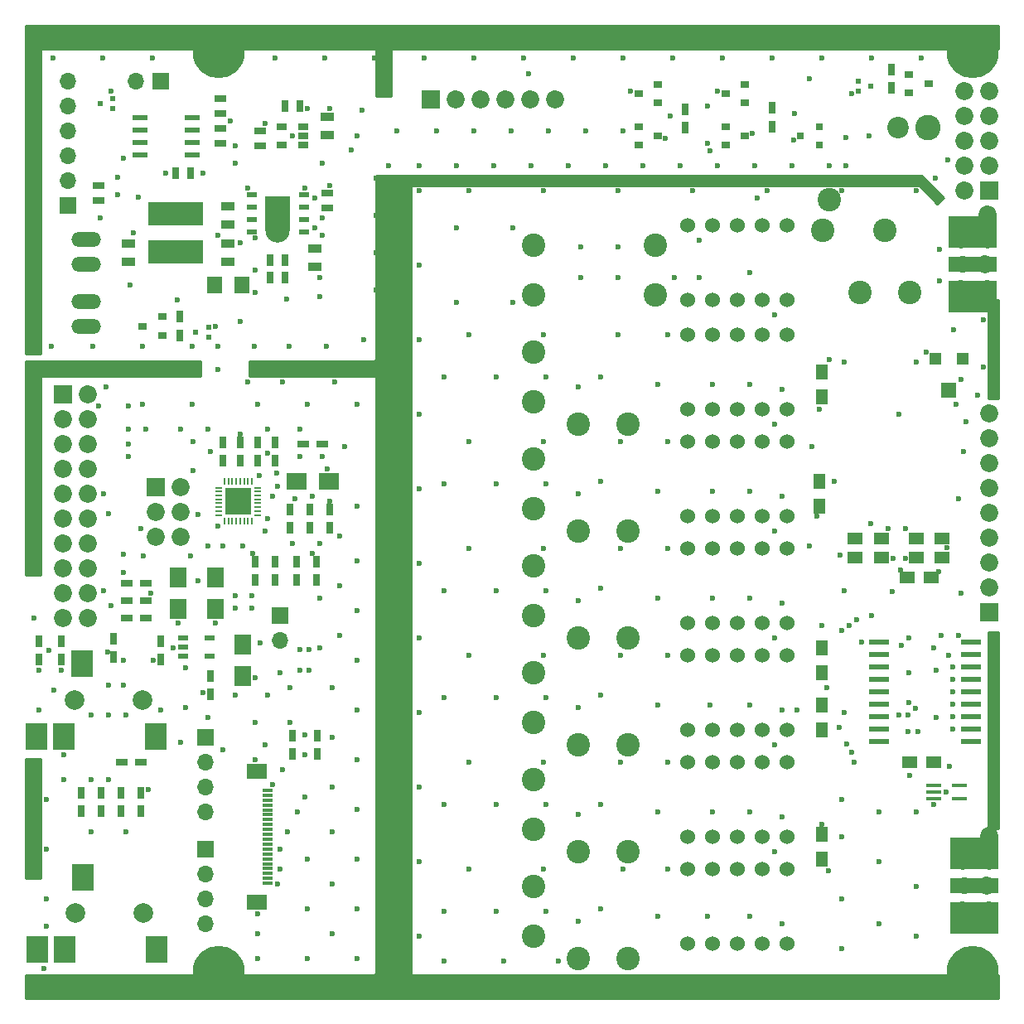
<source format=gbr>
G04 #@! TF.FileFunction,Soldermask,Top*
%FSLAX46Y46*%
G04 Gerber Fmt 4.6, Leading zero omitted, Abs format (unit mm)*
G04 Created by KiCad (PCBNEW 4.0.7) date 02/08/18 06:22:55*
%MOMM*%
%LPD*%
G01*
G04 APERTURE LIST*
%ADD10C,0.100000*%
%ADD11C,2.400000*%
%ADD12C,1.524000*%
%ADD13C,5.300000*%
%ADD14R,5.000000X1.600000*%
%ADD15R,5.000000X3.300000*%
%ADD16C,1.850000*%
%ADD17C,1.800000*%
%ADD18R,1.397000X0.889000*%
%ADD19R,0.635000X1.143000*%
%ADD20R,1.143000X0.635000*%
%ADD21R,1.600000X1.800000*%
%ADD22R,5.700000X2.400000*%
%ADD23R,1.050000X0.600000*%
%ADD24C,0.500000*%
%ADD25R,1.100000X0.510000*%
%ADD26R,2.600000X3.500000*%
%ADD27C,2.500000*%
%ADD28R,1.200000X0.750000*%
%ADD29R,0.750000X1.200000*%
%ADD30R,1.800860X2.148840*%
%ADD31R,2.148840X1.800860*%
%ADD32R,2.200000X2.800000*%
%ADD33C,2.000000*%
%ADD34R,1.700000X1.700000*%
%ADD35O,1.700000X1.700000*%
%ADD36R,1.100000X0.300000*%
%ADD37R,2.000000X1.500000*%
%ADD38O,3.014980X1.506220*%
%ADD39R,0.599440X0.500380*%
%ADD40O,0.200000X0.750000*%
%ADD41R,0.200000X0.800000*%
%ADD42O,0.750000X0.200000*%
%ADD43R,0.800000X0.200000*%
%ADD44R,1.325000X1.325000*%
%ADD45C,1.700000*%
%ADD46R,1.060000X0.650000*%
%ADD47R,1.550000X0.600000*%
%ADD48R,1.850000X1.850000*%
%ADD49R,0.900000X0.800000*%
%ADD50R,1.500000X0.400000*%
%ADD51R,1.250000X1.500000*%
%ADD52R,1.500000X1.250000*%
%ADD53R,1.500000X1.300000*%
%ADD54R,0.800100X0.800100*%
%ADD55C,2.600000*%
%ADD56C,2.200000*%
%ADD57R,1.200000X1.200000*%
%ADD58R,1.600000X1.500000*%
%ADD59R,2.000000X0.600000*%
%ADD60C,0.600000*%
%ADD61C,0.254000*%
G04 APERTURE END LIST*
D10*
D11*
X56746000Y-95636000D03*
X61826000Y-95636000D03*
X56746000Y-41026000D03*
X61826000Y-41026000D03*
X56746000Y-51948000D03*
X61826000Y-51948000D03*
X56746000Y-62870000D03*
X61826000Y-62870000D03*
D12*
X78082000Y-20706000D03*
X75542000Y-20706000D03*
X73002000Y-20706000D03*
X70462000Y-20706000D03*
X67922000Y-20706000D03*
X67922000Y-28326000D03*
X70462000Y-28326000D03*
X73002000Y-28326000D03*
X75542000Y-28326000D03*
X78082000Y-28326000D03*
D13*
X20000000Y-3000000D03*
X20000000Y-97000000D03*
X97000000Y-97000000D03*
X97000000Y-3000000D03*
D14*
X97200000Y-88200000D03*
D15*
X97200000Y-91500000D03*
X97200000Y-84900000D03*
D16*
X98415000Y-88200000D03*
X98700000Y-85660000D03*
X98700000Y-90740000D03*
X96005000Y-90740000D03*
X96005000Y-85660000D03*
D17*
X96160000Y-88200000D03*
D16*
X98700000Y-83120000D03*
D14*
X97030000Y-24650000D03*
D15*
X97030000Y-27950000D03*
X97030000Y-21350000D03*
D16*
X98245000Y-24650000D03*
X98530000Y-22110000D03*
X98530000Y-27190000D03*
X95835000Y-27190000D03*
X95835000Y-22110000D03*
D17*
X95990000Y-24650000D03*
D16*
X98530000Y-19570000D03*
D18*
X31092000Y-11498500D03*
X31092000Y-9593500D03*
D19*
X26774000Y-8514000D03*
X28298000Y-8514000D03*
D18*
X20932000Y-18737500D03*
X20932000Y-20642500D03*
D20*
X24234000Y-12578000D03*
X24234000Y-11054000D03*
D18*
X29822000Y-23055500D03*
X29822000Y-24960500D03*
D19*
X15598000Y-15372000D03*
X17122000Y-15372000D03*
X25250000Y-24262000D03*
X26774000Y-24262000D03*
D18*
X20932000Y-24452500D03*
X20932000Y-22547500D03*
X10772000Y-24452500D03*
X10772000Y-22547500D03*
D21*
X19532000Y-26802000D03*
X22332000Y-26802000D03*
D22*
X15598000Y-23418000D03*
X15598000Y-19518000D03*
D20*
X7724000Y-16642000D03*
X7724000Y-18166000D03*
X20170000Y-7752000D03*
X20170000Y-9276000D03*
X20170000Y-12324000D03*
X20170000Y-10800000D03*
D19*
X25250000Y-26040000D03*
X26774000Y-26040000D03*
D20*
X31092000Y-18928000D03*
X31092000Y-17404000D03*
D23*
X16360000Y-62870000D03*
X16360000Y-63820000D03*
X16360000Y-64770000D03*
X19060000Y-64770000D03*
X19060000Y-62870000D03*
D24*
X26012000Y-18236000D03*
D25*
X23362000Y-21341000D03*
X28662000Y-21341000D03*
X23362000Y-20071000D03*
X28662000Y-20071000D03*
X23362000Y-18801000D03*
X28662000Y-18801000D03*
X23362000Y-17531000D03*
X28662000Y-17531000D03*
D26*
X26012000Y-19436000D03*
D27*
X26012000Y-21236000D03*
D24*
X26012000Y-19236000D03*
D28*
X10584000Y-59060000D03*
X12484000Y-59060000D03*
D29*
X14074000Y-63190000D03*
X14074000Y-65090000D03*
D30*
X15852000Y-59923600D03*
X15852000Y-56672400D03*
D29*
X19154000Y-66746000D03*
X19154000Y-68646000D03*
D30*
X19662000Y-59923600D03*
X19662000Y-56672400D03*
D29*
X22202000Y-42870000D03*
X22202000Y-44770000D03*
D30*
X22456000Y-66781600D03*
X22456000Y-63530400D03*
D29*
X27282000Y-49728000D03*
X27282000Y-51628000D03*
X31346000Y-51628000D03*
X31346000Y-49728000D03*
D31*
X31193600Y-46868000D03*
X27942400Y-46868000D03*
D29*
X20424000Y-44770000D03*
X20424000Y-42870000D03*
X25758000Y-55062000D03*
X25758000Y-56962000D03*
X25758000Y-42870000D03*
X25758000Y-44770000D03*
X27917000Y-55062000D03*
X27917000Y-56962000D03*
D28*
X12484000Y-57282000D03*
X10584000Y-57282000D03*
X12484000Y-60838000D03*
X10584000Y-60838000D03*
D29*
X29314000Y-51628000D03*
X29314000Y-49728000D03*
X5946000Y-78684000D03*
X5946000Y-80584000D03*
X7978000Y-78684000D03*
X7978000Y-80584000D03*
D28*
X28618000Y-43058000D03*
X30518000Y-43058000D03*
D29*
X30076000Y-72842000D03*
X30076000Y-74742000D03*
X27536000Y-74742000D03*
X27536000Y-72842000D03*
X10010000Y-80584000D03*
X10010000Y-78684000D03*
D28*
X11976000Y-75570000D03*
X10076000Y-75570000D03*
D32*
X13600000Y-94700000D03*
X6100000Y-87300000D03*
X4200000Y-94700000D03*
D33*
X5300000Y-91000000D03*
D32*
X1400000Y-94700000D03*
D33*
X12300000Y-91000000D03*
D32*
X13500000Y-72900000D03*
X6000000Y-65500000D03*
X4100000Y-72900000D03*
D33*
X5200000Y-69200000D03*
D32*
X1300000Y-72900000D03*
D33*
X12200000Y-69200000D03*
D34*
X26266000Y-60584000D03*
D35*
X26266000Y-63124000D03*
D36*
X24996000Y-87440000D03*
X24996000Y-86940000D03*
X24996000Y-86440000D03*
X24996000Y-85940000D03*
X24996000Y-85440000D03*
X24996000Y-84940000D03*
X24996000Y-84440000D03*
X24996000Y-83940000D03*
X24996000Y-83440000D03*
X24996000Y-82940000D03*
X24996000Y-82440000D03*
X24996000Y-81940000D03*
X24996000Y-81440000D03*
X24996000Y-87940000D03*
X24996000Y-78440000D03*
X24996000Y-78940000D03*
X24996000Y-79440000D03*
X24996000Y-79940000D03*
X24996000Y-80440000D03*
X24996000Y-80940000D03*
D37*
X23846000Y-76490000D03*
X23846000Y-89890000D03*
D34*
X18646000Y-84460000D03*
D35*
X18646000Y-87000000D03*
X18646000Y-89540000D03*
X18646000Y-92080000D03*
D34*
X18646000Y-73030000D03*
D35*
X18646000Y-75570000D03*
X18646000Y-78110000D03*
X18646000Y-80650000D03*
D34*
X14074000Y-5974000D03*
D35*
X11534000Y-5974000D03*
D34*
X4592180Y-18671460D03*
D35*
X4592180Y-16131460D03*
X4592180Y-13591460D03*
X4592180Y-11051460D03*
X4592180Y-8511460D03*
X4592180Y-5971460D03*
D38*
X6390000Y-24720000D03*
X6390000Y-22180000D03*
D39*
X9136240Y-8760380D03*
X9136240Y-7759620D03*
X7835760Y-8260000D03*
D29*
X23980000Y-42870000D03*
X23980000Y-44770000D03*
X23726000Y-56962000D03*
X23726000Y-55062000D03*
X29949000Y-56962000D03*
X29949000Y-55062000D03*
X12042000Y-78684000D03*
X12042000Y-80584000D03*
D40*
X23348000Y-46875000D03*
D41*
X22948000Y-46900000D03*
X22548000Y-46900000D03*
X22148000Y-46900000D03*
X21748000Y-46900000D03*
X21348000Y-46900000D03*
X20948000Y-46900000D03*
D40*
X20548000Y-46875000D03*
D42*
X19923000Y-47500000D03*
D43*
X19948000Y-47900000D03*
X19948000Y-48300000D03*
X19948000Y-48700000D03*
X19948000Y-49100000D03*
X19948000Y-49500000D03*
X19948000Y-49900000D03*
D42*
X19923000Y-50300000D03*
D40*
X20548000Y-50925000D03*
D41*
X20948000Y-50900000D03*
X21348000Y-50900000D03*
X21748000Y-50900000D03*
X22148000Y-50900000D03*
X22548000Y-50900000D03*
X22948000Y-50900000D03*
D40*
X23348000Y-50925000D03*
D42*
X23973000Y-50300000D03*
D43*
X23948000Y-49900000D03*
X23948000Y-49500000D03*
X23948000Y-49100000D03*
X23948000Y-48700000D03*
X23948000Y-48300000D03*
X23948000Y-47900000D03*
D42*
X23973000Y-47500000D03*
D44*
X21285500Y-49562500D03*
X22610500Y-49562500D03*
X21285500Y-48237500D03*
X22610500Y-48237500D03*
D45*
X21948000Y-48900000D03*
D46*
X28636000Y-12512000D03*
X28636000Y-11562000D03*
X28636000Y-10612000D03*
X26436000Y-10612000D03*
X26436000Y-12512000D03*
D47*
X17282000Y-13467000D03*
X17282000Y-12197000D03*
X17282000Y-10927000D03*
X17282000Y-9657000D03*
X11882000Y-9657000D03*
X11882000Y-10927000D03*
X11882000Y-12197000D03*
X11882000Y-13467000D03*
D48*
X4041000Y-37952600D03*
D16*
X6581000Y-37952600D03*
X4041000Y-40492600D03*
X6581000Y-40492600D03*
X4041000Y-43032600D03*
X6581000Y-43032600D03*
X4041000Y-45572600D03*
X6581000Y-45572600D03*
X4041000Y-48112600D03*
X6581000Y-48112600D03*
X4041000Y-50652600D03*
X6581000Y-50652600D03*
X4041000Y-53192600D03*
X6581000Y-53192600D03*
X4041000Y-55732600D03*
X6581000Y-55732600D03*
X4041000Y-58272600D03*
X6581000Y-58272600D03*
X4041000Y-60812600D03*
X6581000Y-60812600D03*
D48*
X41607600Y-7802800D03*
D16*
X44147600Y-7802800D03*
X46687600Y-7802800D03*
X49227600Y-7802800D03*
X51767600Y-7802800D03*
X54307600Y-7802800D03*
D48*
X13489800Y-47452200D03*
D16*
X16029800Y-47452200D03*
X13489800Y-49992200D03*
X16029800Y-49992200D03*
X13489800Y-52532200D03*
X16029800Y-52532200D03*
D49*
X64858000Y-8194000D03*
X64858000Y-6294000D03*
X62858000Y-7244000D03*
X73748000Y-8194000D03*
X73748000Y-6294000D03*
X71748000Y-7244000D03*
X62858000Y-10612000D03*
X62858000Y-12512000D03*
X64858000Y-11562000D03*
X71748000Y-10612000D03*
X71748000Y-12512000D03*
X73748000Y-11562000D03*
D29*
X67668000Y-8834000D03*
X67668000Y-10734000D03*
X76558000Y-8707000D03*
X76558000Y-10607000D03*
X88750000Y-6670000D03*
X88750000Y-4770000D03*
D12*
X78082000Y-31882000D03*
X75542000Y-31882000D03*
X73002000Y-31882000D03*
X70462000Y-31882000D03*
X67922000Y-31882000D03*
X67922000Y-39502000D03*
X70462000Y-39502000D03*
X73002000Y-39502000D03*
X75542000Y-39502000D03*
X78082000Y-39502000D03*
X78082000Y-42804000D03*
X75542000Y-42804000D03*
X73002000Y-42804000D03*
X70462000Y-42804000D03*
X67922000Y-42804000D03*
X67922000Y-50424000D03*
X70462000Y-50424000D03*
X73002000Y-50424000D03*
X75542000Y-50424000D03*
X78082000Y-50424000D03*
X78082000Y-64648000D03*
X75542000Y-64648000D03*
X73002000Y-64648000D03*
X70462000Y-64648000D03*
X67922000Y-64648000D03*
X67922000Y-72268000D03*
X70462000Y-72268000D03*
X73002000Y-72268000D03*
X75542000Y-72268000D03*
X78082000Y-72268000D03*
X78082000Y-75570000D03*
X75542000Y-75570000D03*
X73002000Y-75570000D03*
X70462000Y-75570000D03*
X67922000Y-75570000D03*
X67922000Y-83190000D03*
X70462000Y-83190000D03*
X73002000Y-83190000D03*
X75542000Y-83190000D03*
X78082000Y-83190000D03*
X78082000Y-86492000D03*
X75542000Y-86492000D03*
X73002000Y-86492000D03*
X70462000Y-86492000D03*
X67922000Y-86492000D03*
X67922000Y-94112000D03*
X70462000Y-94112000D03*
X73002000Y-94112000D03*
X75542000Y-94112000D03*
X78082000Y-94112000D03*
D11*
X64620000Y-27818000D03*
X64620000Y-22738000D03*
X56746000Y-73792000D03*
X61826000Y-73792000D03*
X56746000Y-84714000D03*
X61826000Y-84714000D03*
X52174000Y-27818000D03*
X52174000Y-22738000D03*
X52174000Y-38740000D03*
X52174000Y-33660000D03*
X52174000Y-49662000D03*
X52174000Y-44582000D03*
X52174000Y-60584000D03*
X52174000Y-55504000D03*
X52174000Y-71506000D03*
X52174000Y-66426000D03*
X52174000Y-82428000D03*
X52174000Y-77348000D03*
X52174000Y-93350000D03*
X52174000Y-88270000D03*
D16*
X98700000Y-6950000D03*
X96160000Y-6950000D03*
X96160000Y-9490000D03*
X98700000Y-9490000D03*
X98700000Y-9490000D03*
X96160000Y-9490000D03*
X96160000Y-9490000D03*
X98700000Y-9490000D03*
D48*
X98700000Y-17110000D03*
D16*
X96160000Y-17110000D03*
X98700000Y-14570000D03*
X96160000Y-14570000D03*
X98700000Y-12030000D03*
X96160000Y-12030000D03*
X98700000Y-9490000D03*
X96160000Y-9490000D03*
D49*
X90528000Y-5278000D03*
X92528000Y-6228000D03*
X90528000Y-7178000D03*
D50*
X93008000Y-77968000D03*
X93008000Y-78618000D03*
X93008000Y-79268000D03*
X95668000Y-79268000D03*
X95668000Y-77968000D03*
D51*
X81638000Y-38212000D03*
X81638000Y-35712000D03*
X81384000Y-49388000D03*
X81384000Y-46888000D03*
X81638000Y-63906000D03*
X81638000Y-66406000D03*
X81638000Y-72248000D03*
X81638000Y-69748000D03*
X81638000Y-82956000D03*
X81638000Y-85456000D03*
D52*
X92790000Y-56690000D03*
X90290000Y-56690000D03*
X93048000Y-75570000D03*
X90548000Y-75570000D03*
D53*
X84987000Y-52710000D03*
X87687000Y-52710000D03*
X87687000Y-54615000D03*
X84987000Y-54615000D03*
X93910000Y-52710000D03*
X91210000Y-52710000D03*
X91210000Y-54615000D03*
X93910000Y-54615000D03*
D48*
X98740000Y-60280000D03*
D16*
X98740000Y-57740000D03*
X98740000Y-55200000D03*
X98740000Y-52660000D03*
X98740000Y-50120000D03*
X98740000Y-47580000D03*
X98740000Y-45040000D03*
X98740000Y-42500000D03*
X98740000Y-39960000D03*
D54*
X81368760Y-12512000D03*
X81368760Y-10612000D03*
X79369780Y-11562000D03*
D55*
X92450000Y-10700000D03*
D56*
X89400000Y-10700000D03*
D57*
X95992000Y-34326000D03*
X93192000Y-34326000D03*
D58*
X94592000Y-37566000D03*
D59*
X96860000Y-73430000D03*
X96860000Y-72160000D03*
X96860000Y-70890000D03*
X96860000Y-69620000D03*
X96860000Y-68350000D03*
X96860000Y-67080000D03*
X96860000Y-65810000D03*
X96860000Y-64540000D03*
X96860000Y-63270000D03*
X87460000Y-63270000D03*
X87460000Y-64540000D03*
X87460000Y-65810000D03*
X87460000Y-67080000D03*
X87460000Y-68350000D03*
X87460000Y-69620000D03*
X87460000Y-70890000D03*
X87460000Y-72160000D03*
X87460000Y-73430000D03*
D29*
X9248000Y-64836000D03*
X9248000Y-62936000D03*
X3914000Y-65090000D03*
X3914000Y-63190000D03*
X1628000Y-65090000D03*
X1628000Y-63190000D03*
D38*
X6390000Y-30993000D03*
X6390000Y-28453000D03*
D39*
X85305760Y-5981620D03*
X85305760Y-6982380D03*
X86606240Y-6482000D03*
D49*
X14201000Y-31943000D03*
X12201000Y-30993000D03*
X14201000Y-30043000D03*
D39*
X18915240Y-32128380D03*
X18915240Y-31127620D03*
X17614760Y-31628000D03*
D29*
X15979000Y-30043000D03*
X15979000Y-31943000D03*
D11*
X90580000Y-27580000D03*
X85500000Y-27580000D03*
X88040000Y-21230000D03*
X81690000Y-21230000D03*
X82325000Y-18055000D03*
D12*
X78082000Y-53726000D03*
X75542000Y-53726000D03*
X73002000Y-53726000D03*
X70462000Y-53726000D03*
X67922000Y-53726000D03*
X67922000Y-61346000D03*
X70462000Y-61346000D03*
X73002000Y-61346000D03*
X75542000Y-61346000D03*
X78082000Y-61346000D03*
D60*
X93550000Y-56130000D03*
X85690000Y-63250000D03*
X94680000Y-76010000D03*
X95608000Y-62616000D03*
X93322000Y-70998000D03*
X93322000Y-66172000D03*
X83924000Y-58044000D03*
X90528000Y-69474000D03*
X90528000Y-66426000D03*
X90528000Y-62870000D03*
X88810000Y-58110000D03*
X86718000Y-60584000D03*
X81638000Y-61600000D03*
X53444000Y-90810000D03*
X48364000Y-90810000D03*
X43030000Y-90810000D03*
X53444000Y-79888000D03*
X48364000Y-79888000D03*
X43030000Y-79888000D03*
X53444000Y-68966000D03*
X48364000Y-68966000D03*
X43030000Y-68966000D03*
X53444000Y-58044000D03*
X48364000Y-58044000D03*
X43030000Y-58044000D03*
X53444000Y-47122000D03*
X48364000Y-47122000D03*
X43030000Y-47122000D03*
X53444000Y-36200000D03*
X48364000Y-36200000D03*
X43030000Y-36200000D03*
X74272000Y-36962000D03*
X70462000Y-36962000D03*
X64874000Y-36962000D03*
X59032000Y-36200000D03*
X74272000Y-47884000D03*
X70462000Y-47884000D03*
X64874000Y-47884000D03*
X59032000Y-46868000D03*
X74272000Y-58806000D03*
X70462000Y-58806000D03*
X64874000Y-58806000D03*
X59032000Y-57790000D03*
X74272000Y-69728000D03*
X70208000Y-69728000D03*
X64874000Y-69728000D03*
X59032000Y-68712000D03*
X74272000Y-80650000D03*
X70462000Y-80650000D03*
X64874000Y-80650000D03*
X59032000Y-79888000D03*
X74272000Y-91318000D03*
X69954000Y-91318000D03*
X64874000Y-91318000D03*
X59032000Y-90556000D03*
X83670000Y-17150000D03*
X91290000Y-17150000D03*
X76050000Y-17150000D03*
X68430000Y-17150000D03*
X60810000Y-17150000D03*
X53190000Y-17150000D03*
X45570000Y-17150000D03*
X40490000Y-17150000D03*
X40490000Y-24770000D03*
X98148000Y-30358000D03*
X98148000Y-35184000D03*
X95862000Y-36454000D03*
X54714000Y-95890000D03*
X49126000Y-95890000D03*
X43030000Y-95890000D03*
X65890000Y-86492000D03*
X61318000Y-86492000D03*
X53190000Y-86492000D03*
X45570000Y-86492000D03*
X65890000Y-75570000D03*
X61064000Y-75570000D03*
X53190000Y-75570000D03*
X45570000Y-75570000D03*
X65890000Y-64648000D03*
X61064000Y-64648000D03*
X53190000Y-64648000D03*
X45570000Y-64648000D03*
X65890000Y-53726000D03*
X61064000Y-53726000D03*
X53190000Y-53726000D03*
X45570000Y-53726000D03*
X65890000Y-42804000D03*
X61064000Y-42804000D03*
X53190000Y-42804000D03*
X45570000Y-42804000D03*
X65890000Y-31882000D03*
X60810000Y-31882000D03*
X53190000Y-31882000D03*
X45570000Y-31882000D03*
X56746000Y-37216000D03*
X56746000Y-48138000D03*
X56746000Y-59060000D03*
X56746000Y-69982000D03*
X56746000Y-80904000D03*
X56746000Y-91826000D03*
X50015000Y-20960000D03*
X44300000Y-20960000D03*
X44300000Y-28580000D03*
X50015000Y-28580000D03*
X74272000Y-25532000D03*
X76812000Y-29850000D03*
X76812000Y-41026000D03*
X76812000Y-51948000D03*
X76812000Y-62870000D03*
X76812000Y-73792000D03*
X77574000Y-70236000D03*
X76812000Y-84714000D03*
X77574000Y-81158000D03*
X77574000Y-48392000D03*
X77574000Y-37470000D03*
X77574000Y-59314000D03*
X80368000Y-53472000D03*
X69065000Y-22230000D03*
X69065000Y-26040000D03*
X66525000Y-26040000D03*
X60810000Y-26040000D03*
X57000000Y-26040000D03*
X57000000Y-22865000D03*
X60810000Y-22865000D03*
X40490000Y-32390000D03*
X40490000Y-40010000D03*
X40490000Y-47630000D03*
X40490000Y-55250000D03*
X40490000Y-62870000D03*
X80622000Y-43312000D03*
X96370000Y-40772000D03*
X96116000Y-43820000D03*
X95608000Y-48646000D03*
X83416000Y-72014000D03*
X83924000Y-70490000D03*
X82273000Y-86619000D03*
X82150000Y-67970000D03*
X79098000Y-70236000D03*
X83924000Y-34676000D03*
X82400000Y-34422000D03*
X82908000Y-46868000D03*
X77574000Y-92080000D03*
X86591000Y-51186000D03*
X89639000Y-55885000D03*
X88369000Y-51694000D03*
X90147000Y-51694000D03*
X75034000Y-17912000D03*
X90570000Y-76900000D03*
X93000000Y-79890000D03*
X95354000Y-38994000D03*
X91290000Y-34676000D03*
X89512000Y-40010000D03*
X95100000Y-31374000D03*
X87480000Y-80650000D03*
X87480000Y-85730000D03*
X87480000Y-92080000D03*
X83670000Y-94620000D03*
X83670000Y-89540000D03*
X83670000Y-83190000D03*
X84940000Y-75570000D03*
X83670000Y-79380000D03*
X91290000Y-93350000D03*
X98910000Y-65410000D03*
X98910000Y-73030000D03*
X98910000Y-80650000D03*
X91290000Y-80650000D03*
X91290000Y-88270000D03*
X91290000Y-98430000D03*
X83670000Y-98430000D03*
X76050000Y-98430000D03*
X68430000Y-98430000D03*
X60810000Y-98430000D03*
X40490000Y-70490000D03*
X53190000Y-98430000D03*
X40490000Y-78110000D03*
X40490000Y-85730000D03*
X40490000Y-93350000D03*
X40490000Y-98430000D03*
X45570000Y-98430000D03*
X95862000Y-58298000D03*
X29822000Y-20960000D03*
X29822000Y-17912000D03*
X7724000Y-39121000D03*
X10772000Y-39121000D03*
X17376000Y-42804000D03*
X17376000Y-45725000D03*
X8740000Y-67696000D03*
X8613000Y-64267000D03*
X3914000Y-66172000D03*
X9629000Y-15753000D03*
X9629000Y-17531000D03*
X30584000Y-14356000D03*
X30584000Y-19944000D03*
X21694000Y-12578000D03*
X21694000Y-14356000D03*
X22456000Y-53472000D03*
X18900000Y-53472000D03*
X20424000Y-53472000D03*
X24742000Y-51948000D03*
X26012000Y-47376000D03*
X25885000Y-45979000D03*
X27790000Y-48646000D03*
X28298000Y-66172000D03*
X28298000Y-64013000D03*
X29187000Y-66172000D03*
X29187000Y-64013000D03*
X21694000Y-58552000D03*
X23345000Y-58552000D03*
X21694000Y-59822000D03*
X23345000Y-59822000D03*
X69954000Y-12324000D03*
X69954000Y-8514000D03*
X10200500Y-54297500D03*
X10200500Y-56139000D03*
X51666000Y-5212000D03*
X84051000Y-11689000D03*
X84051000Y-14610000D03*
X84432000Y-61600000D03*
X81384000Y-39502000D03*
X83670000Y-62108000D03*
X81130000Y-50424000D03*
X93830000Y-62616000D03*
X85160000Y-61040000D03*
X89512000Y-70744000D03*
X89766000Y-63632000D03*
X81638000Y-81920000D03*
X84178000Y-73665000D03*
X84686000Y-74554000D03*
X90401000Y-70744000D03*
X90401000Y-72395000D03*
X97487600Y-38079600D03*
X93626800Y-23195200D03*
X93620000Y-26390000D03*
X91187000Y-70032000D03*
X91417000Y-72395000D03*
X94338000Y-78618000D03*
X94973000Y-65791000D03*
X94973000Y-67061000D03*
X94973000Y-68331000D03*
X94973000Y-69601000D03*
X94973000Y-70871000D03*
X94973000Y-72141000D03*
X83460000Y-54410000D03*
X88877000Y-54742000D03*
X94370000Y-53670000D03*
X90147000Y-54742000D03*
X92306000Y-33660000D03*
X8486000Y-37216000D03*
X4168000Y-77348000D03*
X2390000Y-92334000D03*
X2390000Y-89540000D03*
X2390000Y-84460000D03*
X2390000Y-79380000D03*
X14582000Y-35438000D03*
X9756000Y-35438000D03*
X4676000Y-35438000D03*
X19916000Y-35438000D03*
X22964000Y-36708000D03*
X26520000Y-36708000D03*
X31854000Y-36708000D03*
X1120000Y-60838000D03*
X1120000Y-55758000D03*
X1120000Y-50678000D03*
X1120000Y-45598000D03*
X1120000Y-40518000D03*
X1120000Y-35438000D03*
X34140000Y-38994000D03*
X29060000Y-38994000D03*
X23980000Y-38994000D03*
X12169000Y-38994000D03*
X17249000Y-38994000D03*
X23980000Y-98430000D03*
X29060000Y-98430000D03*
X34140000Y-98430000D03*
X28298000Y-44328000D03*
X24996000Y-43947000D03*
X8740000Y-50170000D03*
X8232000Y-48138000D03*
X8994000Y-59568000D03*
X8232000Y-58044000D03*
X24234000Y-63378000D03*
X15852000Y-61346000D03*
X17884000Y-57028000D03*
X24996000Y-41534000D03*
X31092000Y-45598000D03*
X30584000Y-44328000D03*
X31346000Y-48900000D03*
X29568000Y-48392000D03*
X32362000Y-57536000D03*
X32362000Y-52456000D03*
X27536000Y-53218000D03*
X30330000Y-53218000D03*
X30330000Y-58806000D03*
X30330000Y-63886000D03*
X23726000Y-66934000D03*
X24996000Y-68712000D03*
X21694000Y-68712000D03*
X23726000Y-75316000D03*
X24742000Y-73792000D03*
X20424000Y-74300000D03*
X19154000Y-43820000D03*
X12042000Y-51694000D03*
X10772000Y-44328000D03*
X18900000Y-41534000D03*
X16106000Y-41534000D03*
X22202000Y-42042000D03*
X10772000Y-41534000D03*
X12550000Y-41534000D03*
X13058000Y-58298000D03*
X17122000Y-54488000D03*
X12296000Y-54488000D03*
X16614000Y-69982000D03*
X16106000Y-73538000D03*
X2136000Y-96652000D03*
X15852000Y-98176000D03*
X11280000Y-98176000D03*
X6200000Y-98176000D03*
X8740000Y-70744000D03*
X8740000Y-77348000D03*
X10518000Y-82682000D03*
X6962000Y-82682000D03*
X3152000Y-68204000D03*
X1628000Y-70236000D03*
X6962000Y-77348000D03*
X6962000Y-70744000D03*
X10264000Y-67696000D03*
X10518000Y-70744000D03*
X14074000Y-70236000D03*
X27282000Y-71506000D03*
X23726000Y-71506000D03*
X18900000Y-70998000D03*
X16614000Y-65918000D03*
X26266000Y-66426000D03*
X27282000Y-67950000D03*
X29060000Y-95636000D03*
X23980000Y-95636000D03*
X23980000Y-93096000D03*
X31600000Y-93096000D03*
X31600000Y-88016000D03*
X31600000Y-82682000D03*
X29060000Y-85476000D03*
X29060000Y-90556000D03*
X28298000Y-41534000D03*
X32870000Y-43312000D03*
X34140000Y-49408000D03*
X34140000Y-54996000D03*
X34140000Y-60076000D03*
X34140000Y-65156000D03*
X34140000Y-70236000D03*
X34140000Y-75316000D03*
X34140000Y-80396000D03*
X34140000Y-85476000D03*
X34140000Y-95636000D03*
X34140000Y-90556000D03*
X31600000Y-67950000D03*
X31600000Y-73030000D03*
X31600000Y-78110000D03*
X32362000Y-62616000D03*
X28806000Y-79126000D03*
X28806000Y-74808000D03*
X28044000Y-80650000D03*
X28806000Y-72776000D03*
X25504000Y-77856000D03*
X26520000Y-76332000D03*
X27028000Y-82682000D03*
X17884000Y-50233500D03*
X24107000Y-46233000D03*
X25504000Y-48392000D03*
X29568000Y-54234000D03*
X23472000Y-54234000D03*
X19916000Y-51440000D03*
X24996000Y-50678000D03*
X19662000Y-61346000D03*
X18392000Y-68458000D03*
X15344000Y-63886000D03*
X13312000Y-65156000D03*
X4168000Y-74808000D03*
X26266000Y-86492000D03*
X26266000Y-84460000D03*
X12804000Y-78364000D03*
X23980000Y-91064000D03*
X26012000Y-88016000D03*
X10264000Y-65156000D03*
X2644000Y-64140000D03*
X23726000Y-25278000D03*
X2898000Y-33025000D03*
X1120000Y-31247000D03*
X1120000Y-26167000D03*
X1120000Y-21087000D03*
X1120000Y-16007000D03*
X1120000Y-10927000D03*
X1120000Y-5847000D03*
X17249000Y-33025000D03*
X12169000Y-33025000D03*
X7089000Y-33025000D03*
X23599000Y-33025000D03*
X51920000Y-14610000D03*
X48110000Y-14610000D03*
X44300000Y-14610000D03*
X40490000Y-14610000D03*
X55730000Y-14610000D03*
X59540000Y-14610000D03*
X63350000Y-14610000D03*
X67160000Y-14610000D03*
X36045000Y-27310000D03*
X36045000Y-23500000D03*
X36045000Y-19690000D03*
X36045000Y-15880000D03*
X37315000Y-14610000D03*
X34775000Y-32390000D03*
X30965000Y-33025000D03*
X27155000Y-33025000D03*
X19916000Y-33025000D03*
X1120000Y-1656000D03*
X3025000Y-3561000D03*
X8105000Y-3561000D03*
X13185000Y-3561000D03*
X25758000Y-3561000D03*
X30838000Y-3561000D03*
X35918000Y-3561000D03*
X40998000Y-3561000D03*
X46078000Y-3561000D03*
X51158000Y-3561000D03*
X56238000Y-3561000D03*
X61318000Y-3561000D03*
X66398000Y-3561000D03*
X71478000Y-3561000D03*
X76558000Y-3561000D03*
X81638000Y-3561000D03*
X86718000Y-3561000D03*
X91798000Y-3561000D03*
X34648000Y-8895000D03*
X11788000Y-17785000D03*
X7851000Y-19944000D03*
X15725000Y-28326000D03*
X10899000Y-26802000D03*
X26901000Y-28199000D03*
X30330000Y-27945000D03*
X34140000Y-11562000D03*
X38204000Y-11054000D03*
X42268000Y-11054000D03*
X33505000Y-12959000D03*
X19662000Y-30993000D03*
X22202000Y-30485000D03*
X31346000Y-16642000D03*
X84686000Y-7244000D03*
X86464000Y-11562000D03*
X80368000Y-5720000D03*
X70208000Y-13086000D03*
X94465000Y-13975000D03*
X93195000Y-15880000D03*
X70970000Y-14610000D03*
X74780000Y-14610000D03*
X31346000Y-8768000D03*
X61318000Y-11054000D03*
X57508000Y-11054000D03*
X53698000Y-11054000D03*
X49888000Y-11054000D03*
X46078000Y-11054000D03*
X82400000Y-14610000D03*
X78590000Y-14610000D03*
X65636000Y-11816000D03*
X66144000Y-9530000D03*
X78717000Y-11943000D03*
X78844000Y-9276000D03*
X62080000Y-6990000D03*
X70970000Y-6990000D03*
X74526000Y-11308000D03*
X30330000Y-26040000D03*
X30584000Y-21722000D03*
X14582000Y-15372000D03*
X18392000Y-15372000D03*
X24742000Y-10292000D03*
X21186000Y-10038000D03*
X29060000Y-8768000D03*
X27536000Y-11562000D03*
X10264000Y-13848000D03*
X8994000Y-6990000D03*
X11280000Y-21468000D03*
X22202000Y-22484000D03*
X23726000Y-27564000D03*
X19916000Y-21722000D03*
X23726000Y-21976000D03*
X22964000Y-16896000D03*
X28806000Y-16896000D03*
X1628000Y-66172000D03*
X10772000Y-43058000D03*
X94592000Y-64648000D03*
X93068000Y-63886000D03*
D61*
G36*
X99672000Y-38359000D02*
X98656000Y-38359000D01*
X98656000Y-28326000D01*
X99672000Y-28326000D01*
X99672000Y-38359000D01*
X99672000Y-38359000D01*
G37*
X99672000Y-38359000D02*
X98656000Y-38359000D01*
X98656000Y-28326000D01*
X99672000Y-28326000D01*
X99672000Y-38359000D01*
G36*
X99672000Y-82301000D02*
X98656000Y-82301000D01*
X98656000Y-62235000D01*
X99672000Y-62235000D01*
X99672000Y-82301000D01*
X99672000Y-82301000D01*
G37*
X99672000Y-82301000D02*
X98656000Y-82301000D01*
X98656000Y-62235000D01*
X99672000Y-62235000D01*
X99672000Y-82301000D01*
G36*
X18138000Y-36073000D02*
X1882000Y-36073000D01*
X1832590Y-36083006D01*
X1790965Y-36111447D01*
X1763685Y-36153841D01*
X1755000Y-36200000D01*
X1755000Y-56393000D01*
X231000Y-56393000D01*
X231000Y-34549000D01*
X18138000Y-34549000D01*
X18138000Y-36073000D01*
X18138000Y-36073000D01*
G37*
X18138000Y-36073000D02*
X1882000Y-36073000D01*
X1832590Y-36083006D01*
X1790965Y-36111447D01*
X1763685Y-36153841D01*
X1755000Y-36200000D01*
X1755000Y-56393000D01*
X231000Y-56393000D01*
X231000Y-34549000D01*
X18138000Y-34549000D01*
X18138000Y-36073000D01*
G36*
X99672000Y-2672000D02*
X37696000Y-2672000D01*
X37646590Y-2682006D01*
X37604965Y-2710447D01*
X37577685Y-2752841D01*
X37569000Y-2799000D01*
X37569000Y-7498000D01*
X36045000Y-7498000D01*
X36045000Y-2799000D01*
X36034994Y-2749590D01*
X36006553Y-2707965D01*
X35964159Y-2680685D01*
X35918000Y-2672000D01*
X1882000Y-2672000D01*
X1832590Y-2682006D01*
X1790965Y-2710447D01*
X1763685Y-2752841D01*
X1755000Y-2799000D01*
X1755000Y-33787000D01*
X231000Y-33787000D01*
X231000Y-259000D01*
X99672000Y-259000D01*
X99672000Y-2672000D01*
X99672000Y-2672000D01*
G37*
X99672000Y-2672000D02*
X37696000Y-2672000D01*
X37646590Y-2682006D01*
X37604965Y-2710447D01*
X37577685Y-2752841D01*
X37569000Y-2799000D01*
X37569000Y-7498000D01*
X36045000Y-7498000D01*
X36045000Y-2799000D01*
X36034994Y-2749590D01*
X36006553Y-2707965D01*
X35964159Y-2680685D01*
X35918000Y-2672000D01*
X1882000Y-2672000D01*
X1832590Y-2682006D01*
X1790965Y-2710447D01*
X1763685Y-2752841D01*
X1755000Y-2799000D01*
X1755000Y-33787000D01*
X231000Y-33787000D01*
X231000Y-259000D01*
X99672000Y-259000D01*
X99672000Y-2672000D01*
G36*
X94024221Y-17904827D02*
X93331779Y-18498348D01*
X91636844Y-16682346D01*
X91595816Y-16653051D01*
X91544000Y-16642000D01*
X39728000Y-16642000D01*
X39678590Y-16652006D01*
X39636965Y-16680447D01*
X39609685Y-16722841D01*
X39601000Y-16769000D01*
X39601000Y-97160000D01*
X39611006Y-97209410D01*
X39639447Y-97251035D01*
X39681841Y-97278315D01*
X39728000Y-97287000D01*
X99672000Y-97287000D01*
X99672000Y-99700000D01*
X231000Y-99700000D01*
X231000Y-97287000D01*
X35918000Y-97287000D01*
X35967410Y-97276994D01*
X36009035Y-97248553D01*
X36036315Y-97206159D01*
X36045000Y-97160000D01*
X36045000Y-36200000D01*
X36034994Y-36150590D01*
X36006553Y-36108965D01*
X35964159Y-36081685D01*
X35918000Y-36073000D01*
X23091000Y-36073000D01*
X23091000Y-34549000D01*
X35918000Y-34549000D01*
X35967410Y-34538994D01*
X36009035Y-34510553D01*
X36036315Y-34468159D01*
X36045000Y-34422000D01*
X36045000Y-15626000D01*
X91745394Y-15626000D01*
X94024221Y-17904827D01*
X94024221Y-17904827D01*
G37*
X94024221Y-17904827D02*
X93331779Y-18498348D01*
X91636844Y-16682346D01*
X91595816Y-16653051D01*
X91544000Y-16642000D01*
X39728000Y-16642000D01*
X39678590Y-16652006D01*
X39636965Y-16680447D01*
X39609685Y-16722841D01*
X39601000Y-16769000D01*
X39601000Y-97160000D01*
X39611006Y-97209410D01*
X39639447Y-97251035D01*
X39681841Y-97278315D01*
X39728000Y-97287000D01*
X99672000Y-97287000D01*
X99672000Y-99700000D01*
X231000Y-99700000D01*
X231000Y-97287000D01*
X35918000Y-97287000D01*
X35967410Y-97276994D01*
X36009035Y-97248553D01*
X36036315Y-97206159D01*
X36045000Y-97160000D01*
X36045000Y-36200000D01*
X36034994Y-36150590D01*
X36006553Y-36108965D01*
X35964159Y-36081685D01*
X35918000Y-36073000D01*
X23091000Y-36073000D01*
X23091000Y-34549000D01*
X35918000Y-34549000D01*
X35967410Y-34538994D01*
X36009035Y-34510553D01*
X36036315Y-34468159D01*
X36045000Y-34422000D01*
X36045000Y-15626000D01*
X91745394Y-15626000D01*
X94024221Y-17904827D01*
G36*
X1755000Y-87381000D02*
X231000Y-87381000D01*
X231000Y-75189000D01*
X1755000Y-75189000D01*
X1755000Y-87381000D01*
X1755000Y-87381000D01*
G37*
X1755000Y-87381000D02*
X231000Y-87381000D01*
X231000Y-75189000D01*
X1755000Y-75189000D01*
X1755000Y-87381000D01*
M02*

</source>
